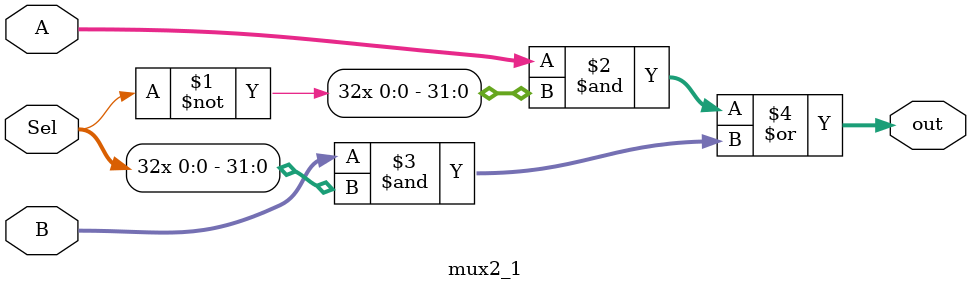
<source format=v>
module mux2_1(A, B, Sel, out);
	input[31:0] A, B;
	input Sel;
	output[31:0] out;
	assign out = (A&{32{~Sel}}) | (B&{32{Sel}});
endmodule

</source>
